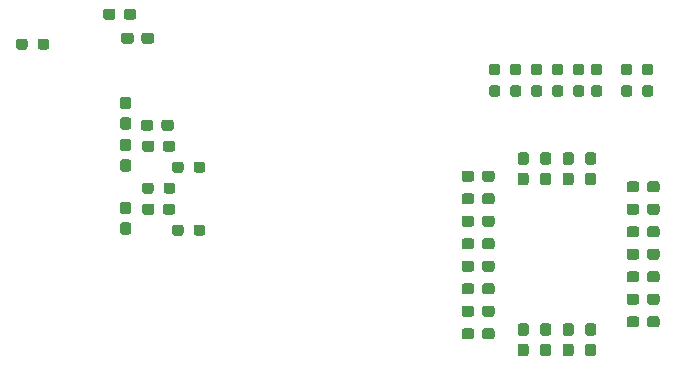
<source format=gbr>
%TF.GenerationSoftware,KiCad,Pcbnew,(5.1.9)-1*%
%TF.CreationDate,2021-02-04T20:28:27-06:00*%
%TF.ProjectId,Intel_10M02SCE144_Breakout_Board,496e7465-6c5f-4313-904d-303253434531,rev?*%
%TF.SameCoordinates,Original*%
%TF.FileFunction,Paste,Bot*%
%TF.FilePolarity,Positive*%
%FSLAX46Y46*%
G04 Gerber Fmt 4.6, Leading zero omitted, Abs format (unit mm)*
G04 Created by KiCad (PCBNEW (5.1.9)-1) date 2021-02-04 20:28:27*
%MOMM*%
%LPD*%
G01*
G04 APERTURE LIST*
G04 APERTURE END LIST*
%TO.C,C4*%
G36*
G01*
X149609000Y-105807500D02*
X149609000Y-106282500D01*
G75*
G02*
X149371500Y-106520000I-237500J0D01*
G01*
X148771500Y-106520000D01*
G75*
G02*
X148534000Y-106282500I0J237500D01*
G01*
X148534000Y-105807500D01*
G75*
G02*
X148771500Y-105570000I237500J0D01*
G01*
X149371500Y-105570000D01*
G75*
G02*
X149609000Y-105807500I0J-237500D01*
G01*
G37*
G36*
G01*
X147884000Y-105807500D02*
X147884000Y-106282500D01*
G75*
G02*
X147646500Y-106520000I-237500J0D01*
G01*
X147046500Y-106520000D01*
G75*
G02*
X146809000Y-106282500I0J237500D01*
G01*
X146809000Y-105807500D01*
G75*
G02*
X147046500Y-105570000I237500J0D01*
G01*
X147646500Y-105570000D01*
G75*
G02*
X147884000Y-105807500I0J-237500D01*
G01*
G37*
%TD*%
%TO.C,C5*%
G36*
G01*
X134564000Y-103488500D02*
X134564000Y-103013500D01*
G75*
G02*
X134801500Y-102776000I237500J0D01*
G01*
X135401500Y-102776000D01*
G75*
G02*
X135639000Y-103013500I0J-237500D01*
G01*
X135639000Y-103488500D01*
G75*
G02*
X135401500Y-103726000I-237500J0D01*
G01*
X134801500Y-103726000D01*
G75*
G02*
X134564000Y-103488500I0J237500D01*
G01*
G37*
G36*
G01*
X132839000Y-103488500D02*
X132839000Y-103013500D01*
G75*
G02*
X133076500Y-102776000I237500J0D01*
G01*
X133676500Y-102776000D01*
G75*
G02*
X133914000Y-103013500I0J-237500D01*
G01*
X133914000Y-103488500D01*
G75*
G02*
X133676500Y-103726000I-237500J0D01*
G01*
X133076500Y-103726000D01*
G75*
G02*
X132839000Y-103488500I0J237500D01*
G01*
G37*
%TD*%
%TO.C,C6*%
G36*
G01*
X138286500Y-108969000D02*
X137811500Y-108969000D01*
G75*
G02*
X137574000Y-108731500I0J237500D01*
G01*
X137574000Y-108131500D01*
G75*
G02*
X137811500Y-107894000I237500J0D01*
G01*
X138286500Y-107894000D01*
G75*
G02*
X138524000Y-108131500I0J-237500D01*
G01*
X138524000Y-108731500D01*
G75*
G02*
X138286500Y-108969000I-237500J0D01*
G01*
G37*
G36*
G01*
X138286500Y-107244000D02*
X137811500Y-107244000D01*
G75*
G02*
X137574000Y-107006500I0J237500D01*
G01*
X137574000Y-106406500D01*
G75*
G02*
X137811500Y-106169000I237500J0D01*
G01*
X138286500Y-106169000D01*
G75*
G02*
X138524000Y-106406500I0J-237500D01*
G01*
X138524000Y-107006500D01*
G75*
G02*
X138286500Y-107244000I-237500J0D01*
G01*
G37*
%TD*%
%TO.C,C7*%
G36*
G01*
X144001500Y-108969000D02*
X143526500Y-108969000D01*
G75*
G02*
X143289000Y-108731500I0J237500D01*
G01*
X143289000Y-108131500D01*
G75*
G02*
X143526500Y-107894000I237500J0D01*
G01*
X144001500Y-107894000D01*
G75*
G02*
X144239000Y-108131500I0J-237500D01*
G01*
X144239000Y-108731500D01*
G75*
G02*
X144001500Y-108969000I-237500J0D01*
G01*
G37*
G36*
G01*
X144001500Y-107244000D02*
X143526500Y-107244000D01*
G75*
G02*
X143289000Y-107006500I0J237500D01*
G01*
X143289000Y-106406500D01*
G75*
G02*
X143526500Y-106169000I237500J0D01*
G01*
X144001500Y-106169000D01*
G75*
G02*
X144239000Y-106406500I0J-237500D01*
G01*
X144239000Y-107006500D01*
G75*
G02*
X144001500Y-107244000I-237500J0D01*
G01*
G37*
%TD*%
%TO.C,C8*%
G36*
G01*
X139716500Y-93416000D02*
X140191500Y-93416000D01*
G75*
G02*
X140429000Y-93653500I0J-237500D01*
G01*
X140429000Y-94253500D01*
G75*
G02*
X140191500Y-94491000I-237500J0D01*
G01*
X139716500Y-94491000D01*
G75*
G02*
X139479000Y-94253500I0J237500D01*
G01*
X139479000Y-93653500D01*
G75*
G02*
X139716500Y-93416000I237500J0D01*
G01*
G37*
G36*
G01*
X139716500Y-91691000D02*
X140191500Y-91691000D01*
G75*
G02*
X140429000Y-91928500I0J-237500D01*
G01*
X140429000Y-92528500D01*
G75*
G02*
X140191500Y-92766000I-237500J0D01*
G01*
X139716500Y-92766000D01*
G75*
G02*
X139479000Y-92528500I0J237500D01*
G01*
X139479000Y-91928500D01*
G75*
G02*
X139716500Y-91691000I237500J0D01*
G01*
G37*
%TD*%
%TO.C,C9*%
G36*
G01*
X137811500Y-93416000D02*
X138286500Y-93416000D01*
G75*
G02*
X138524000Y-93653500I0J-237500D01*
G01*
X138524000Y-94253500D01*
G75*
G02*
X138286500Y-94491000I-237500J0D01*
G01*
X137811500Y-94491000D01*
G75*
G02*
X137574000Y-94253500I0J237500D01*
G01*
X137574000Y-93653500D01*
G75*
G02*
X137811500Y-93416000I237500J0D01*
G01*
G37*
G36*
G01*
X137811500Y-91691000D02*
X138286500Y-91691000D01*
G75*
G02*
X138524000Y-91928500I0J-237500D01*
G01*
X138524000Y-92528500D01*
G75*
G02*
X138286500Y-92766000I-237500J0D01*
G01*
X137811500Y-92766000D01*
G75*
G02*
X137574000Y-92528500I0J237500D01*
G01*
X137574000Y-91928500D01*
G75*
G02*
X137811500Y-91691000I237500J0D01*
G01*
G37*
%TD*%
%TO.C,C10*%
G36*
G01*
X149609000Y-100092500D02*
X149609000Y-100567500D01*
G75*
G02*
X149371500Y-100805000I-237500J0D01*
G01*
X148771500Y-100805000D01*
G75*
G02*
X148534000Y-100567500I0J237500D01*
G01*
X148534000Y-100092500D01*
G75*
G02*
X148771500Y-99855000I237500J0D01*
G01*
X149371500Y-99855000D01*
G75*
G02*
X149609000Y-100092500I0J-237500D01*
G01*
G37*
G36*
G01*
X147884000Y-100092500D02*
X147884000Y-100567500D01*
G75*
G02*
X147646500Y-100805000I-237500J0D01*
G01*
X147046500Y-100805000D01*
G75*
G02*
X146809000Y-100567500I0J237500D01*
G01*
X146809000Y-100092500D01*
G75*
G02*
X147046500Y-99855000I237500J0D01*
G01*
X147646500Y-99855000D01*
G75*
G02*
X147884000Y-100092500I0J-237500D01*
G01*
G37*
%TD*%
%TO.C,C11*%
G36*
G01*
X147884000Y-98187500D02*
X147884000Y-98662500D01*
G75*
G02*
X147646500Y-98900000I-237500J0D01*
G01*
X147046500Y-98900000D01*
G75*
G02*
X146809000Y-98662500I0J237500D01*
G01*
X146809000Y-98187500D01*
G75*
G02*
X147046500Y-97950000I237500J0D01*
G01*
X147646500Y-97950000D01*
G75*
G02*
X147884000Y-98187500I0J-237500D01*
G01*
G37*
G36*
G01*
X149609000Y-98187500D02*
X149609000Y-98662500D01*
G75*
G02*
X149371500Y-98900000I-237500J0D01*
G01*
X148771500Y-98900000D01*
G75*
G02*
X148534000Y-98662500I0J237500D01*
G01*
X148534000Y-98187500D01*
G75*
G02*
X148771500Y-97950000I237500J0D01*
G01*
X149371500Y-97950000D01*
G75*
G02*
X149609000Y-98187500I0J-237500D01*
G01*
G37*
%TD*%
%TO.C,C12*%
G36*
G01*
X132839000Y-93963500D02*
X132839000Y-93488500D01*
G75*
G02*
X133076500Y-93251000I237500J0D01*
G01*
X133676500Y-93251000D01*
G75*
G02*
X133914000Y-93488500I0J-237500D01*
G01*
X133914000Y-93963500D01*
G75*
G02*
X133676500Y-94201000I-237500J0D01*
G01*
X133076500Y-94201000D01*
G75*
G02*
X132839000Y-93963500I0J237500D01*
G01*
G37*
G36*
G01*
X134564000Y-93963500D02*
X134564000Y-93488500D01*
G75*
G02*
X134801500Y-93251000I237500J0D01*
G01*
X135401500Y-93251000D01*
G75*
G02*
X135639000Y-93488500I0J-237500D01*
G01*
X135639000Y-93963500D01*
G75*
G02*
X135401500Y-94201000I-237500J0D01*
G01*
X134801500Y-94201000D01*
G75*
G02*
X134564000Y-93963500I0J237500D01*
G01*
G37*
%TD*%
%TO.C,C13*%
G36*
G01*
X134564000Y-95868500D02*
X134564000Y-95393500D01*
G75*
G02*
X134801500Y-95156000I237500J0D01*
G01*
X135401500Y-95156000D01*
G75*
G02*
X135639000Y-95393500I0J-237500D01*
G01*
X135639000Y-95868500D01*
G75*
G02*
X135401500Y-96106000I-237500J0D01*
G01*
X134801500Y-96106000D01*
G75*
G02*
X134564000Y-95868500I0J237500D01*
G01*
G37*
G36*
G01*
X132839000Y-95868500D02*
X132839000Y-95393500D01*
G75*
G02*
X133076500Y-95156000I237500J0D01*
G01*
X133676500Y-95156000D01*
G75*
G02*
X133914000Y-95393500I0J-237500D01*
G01*
X133914000Y-95868500D01*
G75*
G02*
X133676500Y-96106000I-237500J0D01*
G01*
X133076500Y-96106000D01*
G75*
G02*
X132839000Y-95868500I0J237500D01*
G01*
G37*
%TD*%
%TO.C,C14*%
G36*
G01*
X132839000Y-97773500D02*
X132839000Y-97298500D01*
G75*
G02*
X133076500Y-97061000I237500J0D01*
G01*
X133676500Y-97061000D01*
G75*
G02*
X133914000Y-97298500I0J-237500D01*
G01*
X133914000Y-97773500D01*
G75*
G02*
X133676500Y-98011000I-237500J0D01*
G01*
X133076500Y-98011000D01*
G75*
G02*
X132839000Y-97773500I0J237500D01*
G01*
G37*
G36*
G01*
X134564000Y-97773500D02*
X134564000Y-97298500D01*
G75*
G02*
X134801500Y-97061000I237500J0D01*
G01*
X135401500Y-97061000D01*
G75*
G02*
X135639000Y-97298500I0J-237500D01*
G01*
X135639000Y-97773500D01*
G75*
G02*
X135401500Y-98011000I-237500J0D01*
G01*
X134801500Y-98011000D01*
G75*
G02*
X134564000Y-97773500I0J237500D01*
G01*
G37*
%TD*%
%TO.C,C15*%
G36*
G01*
X141621500Y-93416000D02*
X142096500Y-93416000D01*
G75*
G02*
X142334000Y-93653500I0J-237500D01*
G01*
X142334000Y-94253500D01*
G75*
G02*
X142096500Y-94491000I-237500J0D01*
G01*
X141621500Y-94491000D01*
G75*
G02*
X141384000Y-94253500I0J237500D01*
G01*
X141384000Y-93653500D01*
G75*
G02*
X141621500Y-93416000I237500J0D01*
G01*
G37*
G36*
G01*
X141621500Y-91691000D02*
X142096500Y-91691000D01*
G75*
G02*
X142334000Y-91928500I0J-237500D01*
G01*
X142334000Y-92528500D01*
G75*
G02*
X142096500Y-92766000I-237500J0D01*
G01*
X141621500Y-92766000D01*
G75*
G02*
X141384000Y-92528500I0J237500D01*
G01*
X141384000Y-91928500D01*
G75*
G02*
X141621500Y-91691000I237500J0D01*
G01*
G37*
%TD*%
%TO.C,C16*%
G36*
G01*
X143526500Y-91691000D02*
X144001500Y-91691000D01*
G75*
G02*
X144239000Y-91928500I0J-237500D01*
G01*
X144239000Y-92528500D01*
G75*
G02*
X144001500Y-92766000I-237500J0D01*
G01*
X143526500Y-92766000D01*
G75*
G02*
X143289000Y-92528500I0J237500D01*
G01*
X143289000Y-91928500D01*
G75*
G02*
X143526500Y-91691000I237500J0D01*
G01*
G37*
G36*
G01*
X143526500Y-93416000D02*
X144001500Y-93416000D01*
G75*
G02*
X144239000Y-93653500I0J-237500D01*
G01*
X144239000Y-94253500D01*
G75*
G02*
X144001500Y-94491000I-237500J0D01*
G01*
X143526500Y-94491000D01*
G75*
G02*
X143289000Y-94253500I0J237500D01*
G01*
X143289000Y-93653500D01*
G75*
G02*
X143526500Y-93416000I237500J0D01*
G01*
G37*
%TD*%
%TO.C,C17*%
G36*
G01*
X147884000Y-94377500D02*
X147884000Y-94852500D01*
G75*
G02*
X147646500Y-95090000I-237500J0D01*
G01*
X147046500Y-95090000D01*
G75*
G02*
X146809000Y-94852500I0J237500D01*
G01*
X146809000Y-94377500D01*
G75*
G02*
X147046500Y-94140000I237500J0D01*
G01*
X147646500Y-94140000D01*
G75*
G02*
X147884000Y-94377500I0J-237500D01*
G01*
G37*
G36*
G01*
X149609000Y-94377500D02*
X149609000Y-94852500D01*
G75*
G02*
X149371500Y-95090000I-237500J0D01*
G01*
X148771500Y-95090000D01*
G75*
G02*
X148534000Y-94852500I0J237500D01*
G01*
X148534000Y-94377500D01*
G75*
G02*
X148771500Y-94140000I237500J0D01*
G01*
X149371500Y-94140000D01*
G75*
G02*
X149609000Y-94377500I0J-237500D01*
G01*
G37*
%TD*%
%TO.C,C18*%
G36*
G01*
X147884000Y-96282500D02*
X147884000Y-96757500D01*
G75*
G02*
X147646500Y-96995000I-237500J0D01*
G01*
X147046500Y-96995000D01*
G75*
G02*
X146809000Y-96757500I0J237500D01*
G01*
X146809000Y-96282500D01*
G75*
G02*
X147046500Y-96045000I237500J0D01*
G01*
X147646500Y-96045000D01*
G75*
G02*
X147884000Y-96282500I0J-237500D01*
G01*
G37*
G36*
G01*
X149609000Y-96282500D02*
X149609000Y-96757500D01*
G75*
G02*
X149371500Y-96995000I-237500J0D01*
G01*
X148771500Y-96995000D01*
G75*
G02*
X148534000Y-96757500I0J237500D01*
G01*
X148534000Y-96282500D01*
G75*
G02*
X148771500Y-96045000I237500J0D01*
G01*
X149371500Y-96045000D01*
G75*
G02*
X149609000Y-96282500I0J-237500D01*
G01*
G37*
%TD*%
%TO.C,C19*%
G36*
G01*
X147884000Y-103902500D02*
X147884000Y-104377500D01*
G75*
G02*
X147646500Y-104615000I-237500J0D01*
G01*
X147046500Y-104615000D01*
G75*
G02*
X146809000Y-104377500I0J237500D01*
G01*
X146809000Y-103902500D01*
G75*
G02*
X147046500Y-103665000I237500J0D01*
G01*
X147646500Y-103665000D01*
G75*
G02*
X147884000Y-103902500I0J-237500D01*
G01*
G37*
G36*
G01*
X149609000Y-103902500D02*
X149609000Y-104377500D01*
G75*
G02*
X149371500Y-104615000I-237500J0D01*
G01*
X148771500Y-104615000D01*
G75*
G02*
X148534000Y-104377500I0J237500D01*
G01*
X148534000Y-103902500D01*
G75*
G02*
X148771500Y-103665000I237500J0D01*
G01*
X149371500Y-103665000D01*
G75*
G02*
X149609000Y-103902500I0J-237500D01*
G01*
G37*
%TD*%
%TO.C,C20*%
G36*
G01*
X149609000Y-101997500D02*
X149609000Y-102472500D01*
G75*
G02*
X149371500Y-102710000I-237500J0D01*
G01*
X148771500Y-102710000D01*
G75*
G02*
X148534000Y-102472500I0J237500D01*
G01*
X148534000Y-101997500D01*
G75*
G02*
X148771500Y-101760000I237500J0D01*
G01*
X149371500Y-101760000D01*
G75*
G02*
X149609000Y-101997500I0J-237500D01*
G01*
G37*
G36*
G01*
X147884000Y-101997500D02*
X147884000Y-102472500D01*
G75*
G02*
X147646500Y-102710000I-237500J0D01*
G01*
X147046500Y-102710000D01*
G75*
G02*
X146809000Y-102472500I0J237500D01*
G01*
X146809000Y-101997500D01*
G75*
G02*
X147046500Y-101760000I237500J0D01*
G01*
X147646500Y-101760000D01*
G75*
G02*
X147884000Y-101997500I0J-237500D01*
G01*
G37*
%TD*%
%TO.C,C21*%
G36*
G01*
X140191500Y-108969000D02*
X139716500Y-108969000D01*
G75*
G02*
X139479000Y-108731500I0J237500D01*
G01*
X139479000Y-108131500D01*
G75*
G02*
X139716500Y-107894000I237500J0D01*
G01*
X140191500Y-107894000D01*
G75*
G02*
X140429000Y-108131500I0J-237500D01*
G01*
X140429000Y-108731500D01*
G75*
G02*
X140191500Y-108969000I-237500J0D01*
G01*
G37*
G36*
G01*
X140191500Y-107244000D02*
X139716500Y-107244000D01*
G75*
G02*
X139479000Y-107006500I0J237500D01*
G01*
X139479000Y-106406500D01*
G75*
G02*
X139716500Y-106169000I237500J0D01*
G01*
X140191500Y-106169000D01*
G75*
G02*
X140429000Y-106406500I0J-237500D01*
G01*
X140429000Y-107006500D01*
G75*
G02*
X140191500Y-107244000I-237500J0D01*
G01*
G37*
%TD*%
%TO.C,C22*%
G36*
G01*
X142096500Y-108969000D02*
X141621500Y-108969000D01*
G75*
G02*
X141384000Y-108731500I0J237500D01*
G01*
X141384000Y-108131500D01*
G75*
G02*
X141621500Y-107894000I237500J0D01*
G01*
X142096500Y-107894000D01*
G75*
G02*
X142334000Y-108131500I0J-237500D01*
G01*
X142334000Y-108731500D01*
G75*
G02*
X142096500Y-108969000I-237500J0D01*
G01*
G37*
G36*
G01*
X142096500Y-107244000D02*
X141621500Y-107244000D01*
G75*
G02*
X141384000Y-107006500I0J237500D01*
G01*
X141384000Y-106406500D01*
G75*
G02*
X141621500Y-106169000I237500J0D01*
G01*
X142096500Y-106169000D01*
G75*
G02*
X142334000Y-106406500I0J-237500D01*
G01*
X142334000Y-107006500D01*
G75*
G02*
X142096500Y-107244000I-237500J0D01*
G01*
G37*
%TD*%
%TO.C,C23*%
G36*
G01*
X134564000Y-105393500D02*
X134564000Y-104918500D01*
G75*
G02*
X134801500Y-104681000I237500J0D01*
G01*
X135401500Y-104681000D01*
G75*
G02*
X135639000Y-104918500I0J-237500D01*
G01*
X135639000Y-105393500D01*
G75*
G02*
X135401500Y-105631000I-237500J0D01*
G01*
X134801500Y-105631000D01*
G75*
G02*
X134564000Y-105393500I0J237500D01*
G01*
G37*
G36*
G01*
X132839000Y-105393500D02*
X132839000Y-104918500D01*
G75*
G02*
X133076500Y-104681000I237500J0D01*
G01*
X133676500Y-104681000D01*
G75*
G02*
X133914000Y-104918500I0J-237500D01*
G01*
X133914000Y-105393500D01*
G75*
G02*
X133676500Y-105631000I-237500J0D01*
G01*
X133076500Y-105631000D01*
G75*
G02*
X132839000Y-105393500I0J237500D01*
G01*
G37*
%TD*%
%TO.C,C24*%
G36*
G01*
X132839000Y-107298500D02*
X132839000Y-106823500D01*
G75*
G02*
X133076500Y-106586000I237500J0D01*
G01*
X133676500Y-106586000D01*
G75*
G02*
X133914000Y-106823500I0J-237500D01*
G01*
X133914000Y-107298500D01*
G75*
G02*
X133676500Y-107536000I-237500J0D01*
G01*
X133076500Y-107536000D01*
G75*
G02*
X132839000Y-107298500I0J237500D01*
G01*
G37*
G36*
G01*
X134564000Y-107298500D02*
X134564000Y-106823500D01*
G75*
G02*
X134801500Y-106586000I237500J0D01*
G01*
X135401500Y-106586000D01*
G75*
G02*
X135639000Y-106823500I0J-237500D01*
G01*
X135639000Y-107298500D01*
G75*
G02*
X135401500Y-107536000I-237500J0D01*
G01*
X134801500Y-107536000D01*
G75*
G02*
X134564000Y-107298500I0J237500D01*
G01*
G37*
%TD*%
%TO.C,C25*%
G36*
G01*
X134564000Y-99678500D02*
X134564000Y-99203500D01*
G75*
G02*
X134801500Y-98966000I237500J0D01*
G01*
X135401500Y-98966000D01*
G75*
G02*
X135639000Y-99203500I0J-237500D01*
G01*
X135639000Y-99678500D01*
G75*
G02*
X135401500Y-99916000I-237500J0D01*
G01*
X134801500Y-99916000D01*
G75*
G02*
X134564000Y-99678500I0J237500D01*
G01*
G37*
G36*
G01*
X132839000Y-99678500D02*
X132839000Y-99203500D01*
G75*
G02*
X133076500Y-98966000I237500J0D01*
G01*
X133676500Y-98966000D01*
G75*
G02*
X133914000Y-99203500I0J-237500D01*
G01*
X133914000Y-99678500D01*
G75*
G02*
X133676500Y-99916000I-237500J0D01*
G01*
X133076500Y-99916000D01*
G75*
G02*
X132839000Y-99678500I0J237500D01*
G01*
G37*
%TD*%
%TO.C,C26*%
G36*
G01*
X132839000Y-101583500D02*
X132839000Y-101108500D01*
G75*
G02*
X133076500Y-100871000I237500J0D01*
G01*
X133676500Y-100871000D01*
G75*
G02*
X133914000Y-101108500I0J-237500D01*
G01*
X133914000Y-101583500D01*
G75*
G02*
X133676500Y-101821000I-237500J0D01*
G01*
X133076500Y-101821000D01*
G75*
G02*
X132839000Y-101583500I0J237500D01*
G01*
G37*
G36*
G01*
X134564000Y-101583500D02*
X134564000Y-101108500D01*
G75*
G02*
X134801500Y-100871000I237500J0D01*
G01*
X135401500Y-100871000D01*
G75*
G02*
X135639000Y-101108500I0J-237500D01*
G01*
X135639000Y-101583500D01*
G75*
G02*
X135401500Y-101821000I-237500J0D01*
G01*
X134801500Y-101821000D01*
G75*
G02*
X134564000Y-101583500I0J237500D01*
G01*
G37*
%TD*%
%TO.C,C27*%
G36*
G01*
X104156500Y-86992000D02*
X104631500Y-86992000D01*
G75*
G02*
X104869000Y-87229500I0J-237500D01*
G01*
X104869000Y-87829500D01*
G75*
G02*
X104631500Y-88067000I-237500J0D01*
G01*
X104156500Y-88067000D01*
G75*
G02*
X103919000Y-87829500I0J237500D01*
G01*
X103919000Y-87229500D01*
G75*
G02*
X104156500Y-86992000I237500J0D01*
G01*
G37*
G36*
G01*
X104156500Y-88717000D02*
X104631500Y-88717000D01*
G75*
G02*
X104869000Y-88954500I0J-237500D01*
G01*
X104869000Y-89554500D01*
G75*
G02*
X104631500Y-89792000I-237500J0D01*
G01*
X104156500Y-89792000D01*
G75*
G02*
X103919000Y-89554500I0J237500D01*
G01*
X103919000Y-88954500D01*
G75*
G02*
X104156500Y-88717000I237500J0D01*
G01*
G37*
%TD*%
%TO.C,C28*%
G36*
G01*
X104156500Y-97607000D02*
X104631500Y-97607000D01*
G75*
G02*
X104869000Y-97844500I0J-237500D01*
G01*
X104869000Y-98444500D01*
G75*
G02*
X104631500Y-98682000I-237500J0D01*
G01*
X104156500Y-98682000D01*
G75*
G02*
X103919000Y-98444500I0J237500D01*
G01*
X103919000Y-97844500D01*
G75*
G02*
X104156500Y-97607000I237500J0D01*
G01*
G37*
G36*
G01*
X104156500Y-95882000D02*
X104631500Y-95882000D01*
G75*
G02*
X104869000Y-96119500I0J-237500D01*
G01*
X104869000Y-96719500D01*
G75*
G02*
X104631500Y-96957000I-237500J0D01*
G01*
X104156500Y-96957000D01*
G75*
G02*
X103919000Y-96719500I0J237500D01*
G01*
X103919000Y-96119500D01*
G75*
G02*
X104156500Y-95882000I237500J0D01*
G01*
G37*
%TD*%
%TO.C,C29*%
G36*
G01*
X104010000Y-82279500D02*
X104010000Y-81804500D01*
G75*
G02*
X104247500Y-81567000I237500J0D01*
G01*
X104847500Y-81567000D01*
G75*
G02*
X105085000Y-81804500I0J-237500D01*
G01*
X105085000Y-82279500D01*
G75*
G02*
X104847500Y-82517000I-237500J0D01*
G01*
X104247500Y-82517000D01*
G75*
G02*
X104010000Y-82279500I0J237500D01*
G01*
G37*
G36*
G01*
X105735000Y-82279500D02*
X105735000Y-81804500D01*
G75*
G02*
X105972500Y-81567000I237500J0D01*
G01*
X106572500Y-81567000D01*
G75*
G02*
X106810000Y-81804500I0J-237500D01*
G01*
X106810000Y-82279500D01*
G75*
G02*
X106572500Y-82517000I-237500J0D01*
G01*
X105972500Y-82517000D01*
G75*
G02*
X105735000Y-82279500I0J237500D01*
G01*
G37*
%TD*%
%TO.C,C30*%
G36*
G01*
X104156500Y-92273000D02*
X104631500Y-92273000D01*
G75*
G02*
X104869000Y-92510500I0J-237500D01*
G01*
X104869000Y-93110500D01*
G75*
G02*
X104631500Y-93348000I-237500J0D01*
G01*
X104156500Y-93348000D01*
G75*
G02*
X103919000Y-93110500I0J237500D01*
G01*
X103919000Y-92510500D01*
G75*
G02*
X104156500Y-92273000I237500J0D01*
G01*
G37*
G36*
G01*
X104156500Y-90548000D02*
X104631500Y-90548000D01*
G75*
G02*
X104869000Y-90785500I0J-237500D01*
G01*
X104869000Y-91385500D01*
G75*
G02*
X104631500Y-91623000I-237500J0D01*
G01*
X104156500Y-91623000D01*
G75*
G02*
X103919000Y-91385500I0J237500D01*
G01*
X103919000Y-90785500D01*
G75*
G02*
X104156500Y-90548000I237500J0D01*
G01*
G37*
%TD*%
%TO.C,D3*%
G36*
G01*
X106725000Y-89170500D02*
X106725000Y-89645500D01*
G75*
G02*
X106487500Y-89883000I-237500J0D01*
G01*
X105912500Y-89883000D01*
G75*
G02*
X105675000Y-89645500I0J237500D01*
G01*
X105675000Y-89170500D01*
G75*
G02*
X105912500Y-88933000I237500J0D01*
G01*
X106487500Y-88933000D01*
G75*
G02*
X106725000Y-89170500I0J-237500D01*
G01*
G37*
G36*
G01*
X108475000Y-89170500D02*
X108475000Y-89645500D01*
G75*
G02*
X108237500Y-89883000I-237500J0D01*
G01*
X107662500Y-89883000D01*
G75*
G02*
X107425000Y-89645500I0J237500D01*
G01*
X107425000Y-89170500D01*
G75*
G02*
X107662500Y-88933000I237500J0D01*
G01*
X108237500Y-88933000D01*
G75*
G02*
X108475000Y-89170500I0J-237500D01*
G01*
G37*
%TD*%
%TO.C,D4*%
G36*
G01*
X108588000Y-96282500D02*
X108588000Y-96757500D01*
G75*
G02*
X108350500Y-96995000I-237500J0D01*
G01*
X107775500Y-96995000D01*
G75*
G02*
X107538000Y-96757500I0J237500D01*
G01*
X107538000Y-96282500D01*
G75*
G02*
X107775500Y-96045000I237500J0D01*
G01*
X108350500Y-96045000D01*
G75*
G02*
X108588000Y-96282500I0J-237500D01*
G01*
G37*
G36*
G01*
X106838000Y-96282500D02*
X106838000Y-96757500D01*
G75*
G02*
X106600500Y-96995000I-237500J0D01*
G01*
X106025500Y-96995000D01*
G75*
G02*
X105788000Y-96757500I0J237500D01*
G01*
X105788000Y-96282500D01*
G75*
G02*
X106025500Y-96045000I237500J0D01*
G01*
X106600500Y-96045000D01*
G75*
G02*
X106838000Y-96282500I0J-237500D01*
G01*
G37*
%TD*%
%TO.C,D5*%
G36*
G01*
X103536000Y-79772500D02*
X103536000Y-80247500D01*
G75*
G02*
X103298500Y-80485000I-237500J0D01*
G01*
X102723500Y-80485000D01*
G75*
G02*
X102486000Y-80247500I0J237500D01*
G01*
X102486000Y-79772500D01*
G75*
G02*
X102723500Y-79535000I237500J0D01*
G01*
X103298500Y-79535000D01*
G75*
G02*
X103536000Y-79772500I0J-237500D01*
G01*
G37*
G36*
G01*
X105286000Y-79772500D02*
X105286000Y-80247500D01*
G75*
G02*
X105048500Y-80485000I-237500J0D01*
G01*
X104473500Y-80485000D01*
G75*
G02*
X104236000Y-80247500I0J237500D01*
G01*
X104236000Y-79772500D01*
G75*
G02*
X104473500Y-79535000I237500J0D01*
G01*
X105048500Y-79535000D01*
G75*
G02*
X105286000Y-79772500I0J-237500D01*
G01*
G37*
%TD*%
%TO.C,D6*%
G36*
G01*
X108588000Y-90948500D02*
X108588000Y-91423500D01*
G75*
G02*
X108350500Y-91661000I-237500J0D01*
G01*
X107775500Y-91661000D01*
G75*
G02*
X107538000Y-91423500I0J237500D01*
G01*
X107538000Y-90948500D01*
G75*
G02*
X107775500Y-90711000I237500J0D01*
G01*
X108350500Y-90711000D01*
G75*
G02*
X108588000Y-90948500I0J-237500D01*
G01*
G37*
G36*
G01*
X106838000Y-90948500D02*
X106838000Y-91423500D01*
G75*
G02*
X106600500Y-91661000I-237500J0D01*
G01*
X106025500Y-91661000D01*
G75*
G02*
X105788000Y-91423500I0J237500D01*
G01*
X105788000Y-90948500D01*
G75*
G02*
X106025500Y-90711000I237500J0D01*
G01*
X106600500Y-90711000D01*
G75*
G02*
X106838000Y-90948500I0J-237500D01*
G01*
G37*
%TD*%
%TO.C,R2*%
G36*
G01*
X95120000Y-82787500D02*
X95120000Y-82312500D01*
G75*
G02*
X95357500Y-82075000I237500J0D01*
G01*
X95857500Y-82075000D01*
G75*
G02*
X96095000Y-82312500I0J-237500D01*
G01*
X96095000Y-82787500D01*
G75*
G02*
X95857500Y-83025000I-237500J0D01*
G01*
X95357500Y-83025000D01*
G75*
G02*
X95120000Y-82787500I0J237500D01*
G01*
G37*
G36*
G01*
X96945000Y-82787500D02*
X96945000Y-82312500D01*
G75*
G02*
X97182500Y-82075000I237500J0D01*
G01*
X97682500Y-82075000D01*
G75*
G02*
X97920000Y-82312500I0J-237500D01*
G01*
X97920000Y-82787500D01*
G75*
G02*
X97682500Y-83025000I-237500J0D01*
G01*
X97182500Y-83025000D01*
G75*
G02*
X96945000Y-82787500I0J237500D01*
G01*
G37*
%TD*%
%TO.C,R3*%
G36*
G01*
X109303000Y-98060500D02*
X109303000Y-98535500D01*
G75*
G02*
X109065500Y-98773000I-237500J0D01*
G01*
X108565500Y-98773000D01*
G75*
G02*
X108328000Y-98535500I0J237500D01*
G01*
X108328000Y-98060500D01*
G75*
G02*
X108565500Y-97823000I237500J0D01*
G01*
X109065500Y-97823000D01*
G75*
G02*
X109303000Y-98060500I0J-237500D01*
G01*
G37*
G36*
G01*
X111128000Y-98060500D02*
X111128000Y-98535500D01*
G75*
G02*
X110890500Y-98773000I-237500J0D01*
G01*
X110390500Y-98773000D01*
G75*
G02*
X110153000Y-98535500I0J237500D01*
G01*
X110153000Y-98060500D01*
G75*
G02*
X110390500Y-97823000I237500J0D01*
G01*
X110890500Y-97823000D01*
G75*
G02*
X111128000Y-98060500I0J-237500D01*
G01*
G37*
%TD*%
%TO.C,R4*%
G36*
G01*
X111128000Y-92726500D02*
X111128000Y-93201500D01*
G75*
G02*
X110890500Y-93439000I-237500J0D01*
G01*
X110390500Y-93439000D01*
G75*
G02*
X110153000Y-93201500I0J237500D01*
G01*
X110153000Y-92726500D01*
G75*
G02*
X110390500Y-92489000I237500J0D01*
G01*
X110890500Y-92489000D01*
G75*
G02*
X111128000Y-92726500I0J-237500D01*
G01*
G37*
G36*
G01*
X109303000Y-92726500D02*
X109303000Y-93201500D01*
G75*
G02*
X109065500Y-93439000I-237500J0D01*
G01*
X108565500Y-93439000D01*
G75*
G02*
X108328000Y-93201500I0J237500D01*
G01*
X108328000Y-92726500D01*
G75*
G02*
X108565500Y-92489000I237500J0D01*
G01*
X109065500Y-92489000D01*
G75*
G02*
X109303000Y-92726500I0J-237500D01*
G01*
G37*
%TD*%
%TO.C,R5*%
G36*
G01*
X106763000Y-94504500D02*
X106763000Y-94979500D01*
G75*
G02*
X106525500Y-95217000I-237500J0D01*
G01*
X106025500Y-95217000D01*
G75*
G02*
X105788000Y-94979500I0J237500D01*
G01*
X105788000Y-94504500D01*
G75*
G02*
X106025500Y-94267000I237500J0D01*
G01*
X106525500Y-94267000D01*
G75*
G02*
X106763000Y-94504500I0J-237500D01*
G01*
G37*
G36*
G01*
X108588000Y-94504500D02*
X108588000Y-94979500D01*
G75*
G02*
X108350500Y-95217000I-237500J0D01*
G01*
X107850500Y-95217000D01*
G75*
G02*
X107613000Y-94979500I0J237500D01*
G01*
X107613000Y-94504500D01*
G75*
G02*
X107850500Y-94267000I237500J0D01*
G01*
X108350500Y-94267000D01*
G75*
G02*
X108588000Y-94504500I0J-237500D01*
G01*
G37*
%TD*%
%TO.C,R6*%
G36*
G01*
X148352500Y-84198000D02*
X148827500Y-84198000D01*
G75*
G02*
X149065000Y-84435500I0J-237500D01*
G01*
X149065000Y-84935500D01*
G75*
G02*
X148827500Y-85173000I-237500J0D01*
G01*
X148352500Y-85173000D01*
G75*
G02*
X148115000Y-84935500I0J237500D01*
G01*
X148115000Y-84435500D01*
G75*
G02*
X148352500Y-84198000I237500J0D01*
G01*
G37*
G36*
G01*
X148352500Y-86023000D02*
X148827500Y-86023000D01*
G75*
G02*
X149065000Y-86260500I0J-237500D01*
G01*
X149065000Y-86760500D01*
G75*
G02*
X148827500Y-86998000I-237500J0D01*
G01*
X148352500Y-86998000D01*
G75*
G02*
X148115000Y-86760500I0J237500D01*
G01*
X148115000Y-86260500D01*
G75*
G02*
X148352500Y-86023000I237500J0D01*
G01*
G37*
%TD*%
%TO.C,R7*%
G36*
G01*
X146574500Y-86023000D02*
X147049500Y-86023000D01*
G75*
G02*
X147287000Y-86260500I0J-237500D01*
G01*
X147287000Y-86760500D01*
G75*
G02*
X147049500Y-86998000I-237500J0D01*
G01*
X146574500Y-86998000D01*
G75*
G02*
X146337000Y-86760500I0J237500D01*
G01*
X146337000Y-86260500D01*
G75*
G02*
X146574500Y-86023000I237500J0D01*
G01*
G37*
G36*
G01*
X146574500Y-84198000D02*
X147049500Y-84198000D01*
G75*
G02*
X147287000Y-84435500I0J-237500D01*
G01*
X147287000Y-84935500D01*
G75*
G02*
X147049500Y-85173000I-237500J0D01*
G01*
X146574500Y-85173000D01*
G75*
G02*
X146337000Y-84935500I0J237500D01*
G01*
X146337000Y-84435500D01*
G75*
G02*
X146574500Y-84198000I237500J0D01*
G01*
G37*
%TD*%
%TO.C,R8*%
G36*
G01*
X140732500Y-84198000D02*
X141207500Y-84198000D01*
G75*
G02*
X141445000Y-84435500I0J-237500D01*
G01*
X141445000Y-84935500D01*
G75*
G02*
X141207500Y-85173000I-237500J0D01*
G01*
X140732500Y-85173000D01*
G75*
G02*
X140495000Y-84935500I0J237500D01*
G01*
X140495000Y-84435500D01*
G75*
G02*
X140732500Y-84198000I237500J0D01*
G01*
G37*
G36*
G01*
X140732500Y-86023000D02*
X141207500Y-86023000D01*
G75*
G02*
X141445000Y-86260500I0J-237500D01*
G01*
X141445000Y-86760500D01*
G75*
G02*
X141207500Y-86998000I-237500J0D01*
G01*
X140732500Y-86998000D01*
G75*
G02*
X140495000Y-86760500I0J237500D01*
G01*
X140495000Y-86260500D01*
G75*
G02*
X140732500Y-86023000I237500J0D01*
G01*
G37*
%TD*%
%TO.C,R9*%
G36*
G01*
X138954500Y-86023000D02*
X139429500Y-86023000D01*
G75*
G02*
X139667000Y-86260500I0J-237500D01*
G01*
X139667000Y-86760500D01*
G75*
G02*
X139429500Y-86998000I-237500J0D01*
G01*
X138954500Y-86998000D01*
G75*
G02*
X138717000Y-86760500I0J237500D01*
G01*
X138717000Y-86260500D01*
G75*
G02*
X138954500Y-86023000I237500J0D01*
G01*
G37*
G36*
G01*
X138954500Y-84198000D02*
X139429500Y-84198000D01*
G75*
G02*
X139667000Y-84435500I0J-237500D01*
G01*
X139667000Y-84935500D01*
G75*
G02*
X139429500Y-85173000I-237500J0D01*
G01*
X138954500Y-85173000D01*
G75*
G02*
X138717000Y-84935500I0J237500D01*
G01*
X138717000Y-84435500D01*
G75*
G02*
X138954500Y-84198000I237500J0D01*
G01*
G37*
%TD*%
%TO.C,R10*%
G36*
G01*
X137176500Y-84198000D02*
X137651500Y-84198000D01*
G75*
G02*
X137889000Y-84435500I0J-237500D01*
G01*
X137889000Y-84935500D01*
G75*
G02*
X137651500Y-85173000I-237500J0D01*
G01*
X137176500Y-85173000D01*
G75*
G02*
X136939000Y-84935500I0J237500D01*
G01*
X136939000Y-84435500D01*
G75*
G02*
X137176500Y-84198000I237500J0D01*
G01*
G37*
G36*
G01*
X137176500Y-86023000D02*
X137651500Y-86023000D01*
G75*
G02*
X137889000Y-86260500I0J-237500D01*
G01*
X137889000Y-86760500D01*
G75*
G02*
X137651500Y-86998000I-237500J0D01*
G01*
X137176500Y-86998000D01*
G75*
G02*
X136939000Y-86760500I0J237500D01*
G01*
X136939000Y-86260500D01*
G75*
G02*
X137176500Y-86023000I237500J0D01*
G01*
G37*
%TD*%
%TO.C,R11*%
G36*
G01*
X135398500Y-86023000D02*
X135873500Y-86023000D01*
G75*
G02*
X136111000Y-86260500I0J-237500D01*
G01*
X136111000Y-86760500D01*
G75*
G02*
X135873500Y-86998000I-237500J0D01*
G01*
X135398500Y-86998000D01*
G75*
G02*
X135161000Y-86760500I0J237500D01*
G01*
X135161000Y-86260500D01*
G75*
G02*
X135398500Y-86023000I237500J0D01*
G01*
G37*
G36*
G01*
X135398500Y-84198000D02*
X135873500Y-84198000D01*
G75*
G02*
X136111000Y-84435500I0J-237500D01*
G01*
X136111000Y-84935500D01*
G75*
G02*
X135873500Y-85173000I-237500J0D01*
G01*
X135398500Y-85173000D01*
G75*
G02*
X135161000Y-84935500I0J237500D01*
G01*
X135161000Y-84435500D01*
G75*
G02*
X135398500Y-84198000I237500J0D01*
G01*
G37*
%TD*%
%TO.C,R12*%
G36*
G01*
X144034500Y-84198000D02*
X144509500Y-84198000D01*
G75*
G02*
X144747000Y-84435500I0J-237500D01*
G01*
X144747000Y-84935500D01*
G75*
G02*
X144509500Y-85173000I-237500J0D01*
G01*
X144034500Y-85173000D01*
G75*
G02*
X143797000Y-84935500I0J237500D01*
G01*
X143797000Y-84435500D01*
G75*
G02*
X144034500Y-84198000I237500J0D01*
G01*
G37*
G36*
G01*
X144034500Y-86023000D02*
X144509500Y-86023000D01*
G75*
G02*
X144747000Y-86260500I0J-237500D01*
G01*
X144747000Y-86760500D01*
G75*
G02*
X144509500Y-86998000I-237500J0D01*
G01*
X144034500Y-86998000D01*
G75*
G02*
X143797000Y-86760500I0J237500D01*
G01*
X143797000Y-86260500D01*
G75*
G02*
X144034500Y-86023000I237500J0D01*
G01*
G37*
%TD*%
%TO.C,R13*%
G36*
G01*
X142985500Y-85173000D02*
X142510500Y-85173000D01*
G75*
G02*
X142273000Y-84935500I0J237500D01*
G01*
X142273000Y-84435500D01*
G75*
G02*
X142510500Y-84198000I237500J0D01*
G01*
X142985500Y-84198000D01*
G75*
G02*
X143223000Y-84435500I0J-237500D01*
G01*
X143223000Y-84935500D01*
G75*
G02*
X142985500Y-85173000I-237500J0D01*
G01*
G37*
G36*
G01*
X142985500Y-86998000D02*
X142510500Y-86998000D01*
G75*
G02*
X142273000Y-86760500I0J237500D01*
G01*
X142273000Y-86260500D01*
G75*
G02*
X142510500Y-86023000I237500J0D01*
G01*
X142985500Y-86023000D01*
G75*
G02*
X143223000Y-86260500I0J-237500D01*
G01*
X143223000Y-86760500D01*
G75*
G02*
X142985500Y-86998000I-237500J0D01*
G01*
G37*
%TD*%
M02*

</source>
